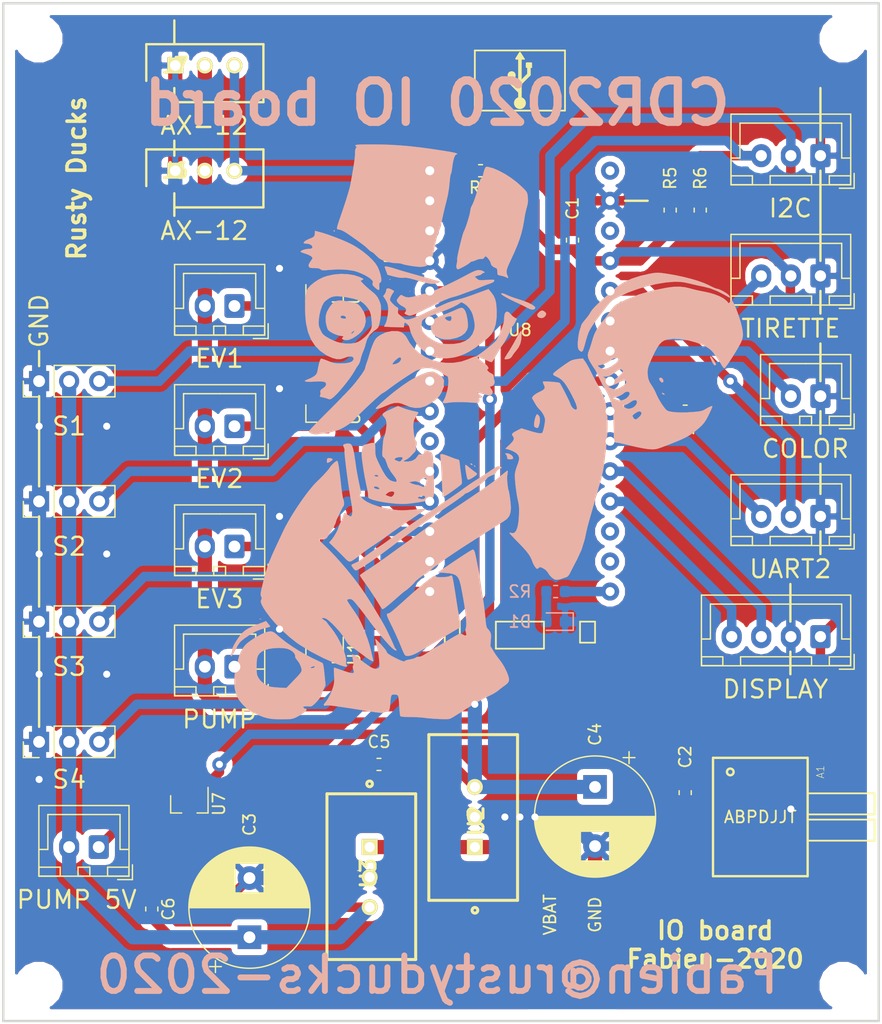
<source format=kicad_pcb>
(kicad_pcb (version 20171130) (host pcbnew 5.0.2-bee76a0~70~ubuntu18.04.1)
  (layers (0 F.Cu signal) (31 B.Cu signal) (34 B.Paste user) (35 F.Paste user) (36 B.SilkS user) (37 F.SilkS user) (38 B.Mask user) (39 F.Mask user) (44 Edge.Cuts user))
  (net 0 "")
  (net 1 GND)
  (net 2 "Net-(A1-Pad2)")
  (net 3 "Net-(A1-Pad3)")
  (net 4 "Net-(A1-Pad4)")
  (net 5 "Net-(A1-Pad5)")
  (net 6 +5V)
  (net 7 +12V)
  (net 8 "Net-(D1-Pad2)")
  (net 9 "Net-(J1-Pad1)")
  (net 10 "Net-(J2-Pad1)")
  (net 11 "Net-(J3-Pad1)")
  (net 12 "Net-(J4-Pad1)")
  (net 13 "Net-(J5-Pad1)")
  (net 14 /DYN_TX)
  (net 15 /tirette)
  (net 16 /color)
  (net 17 /SRV1)
  (net 18 /SRV2)
  (net 19 /SRV3)
  (net 20 /SRV4)
  (net 21 /U2_TX)
  (net 22 /U2_RX)
  (net 23 /I2C_SCL)
  (net 24 /I2C_SDA)
  (net 25 /AN1)
  (net 26 /AN2)
  (net 27 "Net-(P1-Pad2)")
  (net 28 "Net-(R2-Pad1)")
  (net 29 /ADC)
  (net 30 /EV_SENSOR)
  (net 31 /EV1)
  (net 32 /EV2)
  (net 33 /PUMP1)
  (net 34 /PUMP2)
  (net 35 "Net-(U8-Pad3)")
  (net 36 "Net-(U8-Pad10)")
  (net 37 "Net-(U8-Pad11)")
  (net 38 "Net-(U8-Pad30)")
  (net 39 "Net-(U8-Pad28)")
  (net 40 "Net-(U8-Pad18)")
  (net 41 "Net-(U8-Pad17)")
  (module myFootprints:NUCLEO32 (layer F.Cu) (at 153.67 74.93)
    (fp_text reference U8 (at 0 -4.318) (layer F.SilkS))
    (fp_text value NUCLEO32-L432KC)
    (pad 16 thru_hole circle (at 7.62 17.78) (size 1.524 1.524) (drill 0.762) (layers *.Cu *.Mask) (net 28 "Net-(R2-Pad1)"))
    (pad 17 thru_hole circle (at 7.62 15.24) (size 1.524 1.524) (drill 0.762) (layers *.Cu *.Mask) (net 41 "Net-(U8-Pad17)"))
    (pad 18 thru_hole circle (at 7.62 12.7) (size 1.524 1.524) (drill 0.762) (layers *.Cu *.Mask) (net 40 "Net-(U8-Pad18)"))
    (pad 19 thru_hole circle (at 7.62 10.16) (size 1.524 1.524) (drill 0.762) (layers *.Cu *.Mask) (net 26 /AN2))
    (pad 20 thru_hole circle (at 7.62 7.62) (size 1.524 1.524) (drill 0.762) (layers *.Cu *.Mask) (net 25 /AN1))
    (pad 21 thru_hole circle (at 7.62 5.08) (size 1.524 1.524) (drill 0.762) (layers *.Cu *.Mask) (net 22 /U2_RX))
    (pad 22 thru_hole circle (at 7.62 2.54) (size 1.524 1.524) (drill 0.762) (layers *.Cu *.Mask) (net 29 /ADC))
    (pad 23 thru_hole circle (at 7.62 0) (size 1.524 1.524) (drill 0.762) (layers *.Cu *.Mask) (net 30 /EV_SENSOR))
    (pad 24 thru_hole circle (at 7.62 -2.54) (size 1.524 1.524) (drill 0.762) (layers *.Cu *.Mask) (net 16 /color))
    (pad 25 thru_hole circle (at 7.62 -5.08) (size 1.524 1.524) (drill 0.762) (layers *.Cu *.Mask) (net 15 /tirette))
    (pad 26 thru_hole circle (at 7.62 -7.62) (size 1.524 1.524) (drill 0.762) (layers *.Cu *.Mask) (net 21 /U2_TX))
    (pad 27 thru_hole circle (at 7.62 -10.16) (size 1.524 1.524) (drill 0.762) (layers *.Cu *.Mask) (net 6 +5V))
    (pad 28 thru_hole circle (at 7.62 -12.7) (size 1.524 1.524) (drill 0.762) (layers *.Cu *.Mask) (net 39 "Net-(U8-Pad28)"))
    (pad 29 thru_hole circle (at 7.62 -15.24) (size 1.524 1.524) (drill 0.762) (layers *.Cu *.Mask) (net 1 GND))
    (pad 30 thru_hole circle (at 7.62 -17.78) (size 1.524 1.524) (drill 0.762) (layers *.Cu *.Mask) (net 38 "Net-(U8-Pad30)"))
    (pad 15 thru_hole circle (at -7.62 17.78) (size 1.524 1.524) (drill 0.762) (layers *.Cu *.Mask) (net 32 /EV2))
    (pad 14 thru_hole circle (at -7.62 15.24) (size 1.524 1.524) (drill 0.762) (layers *.Cu *.Mask) (net 31 /EV1))
    (pad 13 thru_hole circle (at -7.62 12.7) (size 1.524 1.524) (drill 0.762) (layers *.Cu *.Mask) (net 20 /SRV4))
    (pad 12 thru_hole circle (at -7.62 10.16) (size 1.524 1.524) (drill 0.762) (layers *.Cu *.Mask) (net 19 /SRV3))
    (pad 11 thru_hole circle (at -7.62 7.62) (size 1.524 1.524) (drill 0.762) (layers *.Cu *.Mask) (net 37 "Net-(U8-Pad11)"))
    (pad 10 thru_hole circle (at -7.62 5.08) (size 1.524 1.524) (drill 0.762) (layers *.Cu *.Mask) (net 36 "Net-(U8-Pad10)"))
    (pad 9 thru_hole circle (at -7.62 2.54) (size 1.524 1.524) (drill 0.762) (layers *.Cu *.Mask) (net 18 /SRV2))
    (pad 1 thru_hole rect (at -7.62 -17.78) (size 1.524 1.524) (drill 0.762) (layers *.Cu *.Mask) (net 14 /DYN_TX))
    (pad 2 thru_hole circle (at -7.62 -15.24) (size 1.524 1.524) (drill 0.762) (layers *.Cu *.Mask) (net 33 /PUMP1))
    (pad 3 thru_hole circle (at -7.62 -12.7) (size 1.524 1.524) (drill 0.762) (layers *.Cu *.Mask) (net 35 "Net-(U8-Pad3)"))
    (pad 4 thru_hole circle (at -7.62 -10.16) (size 1.524 1.524) (drill 0.762) (layers *.Cu *.Mask) (net 1 GND))
    (pad 5 thru_hole circle (at -7.62 -7.62) (size 1.524 1.524) (drill 0.762) (layers *.Cu *.Mask) (net 34 /PUMP2))
    (pad 6 thru_hole circle (at -7.62 -5.08) (size 1.524 1.524) (drill 0.762) (layers *.Cu *.Mask) (net 17 /SRV1))
    (pad 7 thru_hole circle (at -7.62 -2.54) (size 1.524 1.524) (drill 0.762) (layers *.Cu *.Mask) (net 24 /I2C_SDA))
    (pad 8 thru_hole circle (at -7.62 0) (size 1.524 1.524) (drill 0.762) (layers *.Cu *.Mask) (net 23 /I2C_SCL))
  )
  (module myFootprints:USB_LOGO (layer F.Cu) (at 153.67 51.435)
    (fp_text reference REF** hide)
    (fp_text value USB_LOGO hide)
  )
  (module myFootprints:DIP762W50P254L730H410Q6 (layer F.Cu) (at 173.99 111.76 270)
    (fp_text reference A1 (at -3.81 -5.08 270) (layer F.SilkS) (effects (font (size 0.629921 0.629921) (thickness 0.05))))
    (fp_text value ABPDJJT (at 0 0) (layer F.SilkS))
    (pad 1 smd rect (at -5.625 2.54 270) (size 2.5 1.4) (layers F.Cu F.Paste F.Mask) (net 1 GND))
    (pad 2 smd rect (at -5.625 0 270) (size 2 1.4) (layers F.Cu F.Paste F.Mask) (net 2 "Net-(A1-Pad2)"))
    (pad 3 smd rect (at -5.625 -2.54 270) (size 2 1.4) (layers F.Cu F.Paste F.Mask) (net 3 "Net-(A1-Pad3)"))
    (pad 4 smd rect (at 5.625 -2.54 90) (size 2 1.4) (layers F.Cu F.Paste F.Mask) (net 4 "Net-(A1-Pad4)"))
    (pad 5 smd rect (at 5.625 0 90) (size 2 1.4) (layers F.Cu F.Paste F.Mask) (net 5 "Net-(A1-Pad5)"))
    (pad 6 smd rect (at 5.625 2.54 90) (size 2 1.4) (layers F.Cu F.Paste F.Mask) (net 6 +5V))
  )
  (module Capacitor_SMD:C_0603_1608Metric (layer F.Cu) (at 158.115 63.0175 270)
    (fp_text reference C1 (at -2.6925 0 270) (layer F.SilkS))
    (fp_text value 100n)
    (pad 1 smd roundrect (at -0.7875 0 270) (size 0.875 0.95) (layers F.Cu F.Paste F.Mask) (net 1 GND))
    (pad 2 smd roundrect (at 0.7875 0 270) (size 0.875 0.95) (layers F.Cu F.Paste F.Mask) (net 6 +5V))
  )
  (module Capacitor_SMD:C_0603_1608Metric (layer F.Cu) (at 167.64 109.7025 270)
    (fp_text reference C2 (at -3.0225 0 270) (layer F.SilkS))
    (fp_text value 100n)
    (pad 2 smd roundrect (at 0.7875 0 270) (size 0.875 0.95) (layers F.Cu F.Paste F.Mask) (net 6 +5V))
    (pad 1 smd roundrect (at -0.7875 0 270) (size 0.875 0.95) (layers F.Cu F.Paste F.Mask) (net 1 GND))
  )
  (module Capacitor_THT:CP_Radial_D10.0mm_P5.00mm (layer F.Cu) (at 130.81 121.92 90)
    (fp_text reference C3 (at 9.525 0 90) (layer F.SilkS))
    (fp_text value C)
    (pad 1 thru_hole rect (at 0 0 90) (size 2 2) (drill 1) (layers *.Cu *.Mask) (net 6 +5V))
    (pad 2 thru_hole circle (at 5 0 90) (size 2 2) (drill 1) (layers *.Cu *.Mask) (net 1 GND))
  )
  (module Capacitor_THT:CP_Radial_D10.0mm_P5.00mm (layer F.Cu) (at 160.02 109.22 270)
    (fp_text reference C4 (at -4.445 0 270) (layer F.SilkS))
    (fp_text value C)
    (pad 2 thru_hole circle (at 5 0 270) (size 2 2) (drill 1) (layers *.Cu *.Mask) (net 1 GND))
    (pad 1 thru_hole rect (at 0 0 270) (size 2 2) (drill 1) (layers *.Cu *.Mask) (net 7 +12V))
  )
  (module Capacitor_SMD:C_0603_1608Metric (layer F.Cu) (at 141.7575 107.315 180)
    (fp_text reference C5 (at 0 1.905 180) (layer F.SilkS))
    (fp_text value 100n)
    (pad 2 smd roundrect (at 0.7875 0 180) (size 0.875 0.95) (layers F.Cu F.Paste F.Mask) (net 1 GND))
    (pad 1 smd roundrect (at -0.7875 0 180) (size 0.875 0.95) (layers F.Cu F.Paste F.Mask) (net 7 +12V))
  )
  (module Capacitor_SMD:C_0603_1608Metric (layer F.Cu) (at 122.555 119.5325 90)
    (fp_text reference C6 (at 0 1.397 90) (layer F.SilkS))
    (fp_text value 100n)
    (pad 1 smd roundrect (at -0.7875 0 90) (size 0.875 0.95) (layers F.Cu F.Paste F.Mask) (net 6 +5V))
    (pad 2 smd roundrect (at 0.7875 0 90) (size 0.875 0.95) (layers F.Cu F.Paste F.Mask) (net 1 GND))
  )
  (module LED_SMD:LED_0603_1608Metric (layer B.Cu) (at 156.6925 95.25 180)
    (fp_text reference D1 (at 3.0225 0 180) (layer B.SilkS) (effects (justify mirror)))
    (fp_text value LED)
    (pad 1 smd roundrect (at -0.7875 0 180) (size 0.875 0.95) (layers B.Cu B.Paste B.Mask) (net 1 GND))
    (pad 2 smd roundrect (at 0.7875 0 180) (size 0.875 0.95) (layers B.Cu B.Paste B.Mask) (net 8 "Net-(D1-Pad2)"))
  )
  (module Connector_JST:JST_XH_B02B-XH-A_1x02_P2.50mm_Vertical (layer F.Cu) (at 129.54 99.06 180)
    (fp_text reference PUMP (at 1.27 -4.445 180) (layer F.SilkS) (effects (font (size 1.5 1.5) (thickness 0.2))))
    (fp_text value EV)
    (pad 2 thru_hole oval (at 2.5 0 180) (size 1.7 2) (drill 1) (layers *.Cu *.Mask) (net 7 +12V))
    (pad 1 thru_hole roundrect (at 0 0 180) (size 1.7 2) (drill 1) (layers *.Cu *.Mask) (roundrect_rratio 0.147059) (net 9 "Net-(J1-Pad1)"))
  )
  (module Connector_JST:JST_XH_B02B-XH-A_1x02_P2.50mm_Vertical (layer F.Cu) (at 129.54 78.74 180)
    (fp_text reference EV2 (at 1.27 -4.445 180) (layer F.SilkS) (effects (font (size 1.5 1.5) (thickness 0.2))))
    (fp_text value EV)
    (pad 1 thru_hole roundrect (at 0 0 180) (size 1.7 2) (drill 1) (layers *.Cu *.Mask) (roundrect_rratio 0.147059) (net 10 "Net-(J2-Pad1)"))
    (pad 2 thru_hole oval (at 2.5 0 180) (size 1.7 2) (drill 1) (layers *.Cu *.Mask) (net 7 +12V))
  )
  (module Connector_JST:JST_XH_B02B-XH-A_1x02_P2.50mm_Vertical (layer F.Cu) (at 129.54 88.9 180)
    (fp_text reference EV3 (at 1.27 -4.445 180) (layer F.SilkS) (effects (font (size 1.5 1.5) (thickness 0.2))))
    (fp_text value EV)
    (pad 1 thru_hole roundrect (at 0 0 180) (size 1.7 2) (drill 1) (layers *.Cu *.Mask) (roundrect_rratio 0.147059) (net 11 "Net-(J3-Pad1)"))
    (pad 2 thru_hole oval (at 2.5 0 180) (size 1.7 2) (drill 1) (layers *.Cu *.Mask) (net 7 +12V))
  )
  (module Connector_JST:JST_XH_B02B-XH-A_1x02_P2.50mm_Vertical (layer F.Cu) (at 129.54 68.58 180)
    (fp_text reference EV1 (at 1.27 -4.445 180) (layer F.SilkS) (effects (font (size 1.5 1.5) (thickness 0.2))))
    (fp_text value EV)
    (pad 1 thru_hole roundrect (at 0 0 180) (size 1.7 2) (drill 1) (layers *.Cu *.Mask) (roundrect_rratio 0.147059) (net 12 "Net-(J4-Pad1)"))
    (pad 2 thru_hole oval (at 2.5 0 180) (size 1.7 2) (drill 1) (layers *.Cu *.Mask) (net 7 +12V))
  )
  (module Connector_JST:JST_XH_B02B-XH-A_1x02_P2.50mm_Vertical (layer F.Cu) (at 118.07 114.3 180)
    (fp_text reference "PUMP 5V" (at 1.865 -4.445 180) (layer F.SilkS) (effects (font (size 1.5 1.5) (thickness 0.2))))
    (fp_text value EV)
    (pad 2 thru_hole oval (at 2.5 0 180) (size 1.7 2) (drill 1) (layers *.Cu *.Mask) (net 6 +5V))
    (pad 1 thru_hole roundrect (at 0 0 180) (size 1.7 2) (drill 1) (layers *.Cu *.Mask) (roundrect_rratio 0.147059) (net 13 "Net-(J5-Pad1)"))
  )
  (module myFootprints:SHDR3W70P0X250_1X3_990X490X590P (layer F.Cu) (at 124.54 57.15 180)
    (fp_text reference J6 (at 0 0 180) (layer F.SilkS) (effects (font (size 1.27 1.27) (thickness 0.254))))
    (fp_text value 22-03-5035 hide)
    (pad 1 thru_hole rect (at 0 0 270) (size 1.35 1.35) (drill 0.9) (layers *.Cu *.Mask F.SilkS) (net 1 GND))
    (pad 2 thru_hole circle (at -2.5 0 270) (size 1.35 1.35) (drill 0.9) (layers *.Cu *.Mask F.SilkS) (net 7 +12V))
    (pad 3 thru_hole circle (at -5 0 270) (size 1.35 1.35) (drill 0.9) (layers *.Cu *.Mask F.SilkS) (net 14 /DYN_TX))
  )
  (module myFootprints:SHDR3W70P0X250_1X3_990X490X590P (layer F.Cu) (at 124.54 48.26 180)
    (fp_text reference J7 (at 0 0 180) (layer F.SilkS) (effects (font (size 1.27 1.27) (thickness 0.254))))
    (fp_text value 22-03-5035 hide)
    (pad 3 thru_hole circle (at -5 0 270) (size 1.35 1.35) (drill 0.9) (layers *.Cu *.Mask F.SilkS) (net 14 /DYN_TX))
    (pad 2 thru_hole circle (at -2.5 0 270) (size 1.35 1.35) (drill 0.9) (layers *.Cu *.Mask F.SilkS) (net 7 +12V))
    (pad 1 thru_hole rect (at 0 0 270) (size 1.35 1.35) (drill 0.9) (layers *.Cu *.Mask F.SilkS) (net 1 GND))
  )
  (module Connector_JST:JST_XH_B03B-XH-A_1x03_P2.50mm_Vertical (layer F.Cu) (at 179.07 66.04 180)
    (fp_text reference TIRETTE (at 2.5 -4.445 180) (layer F.SilkS) (effects (font (size 1.5 1.5) (thickness 0.2))))
    (fp_text value TIR)
    (pad 1 thru_hole roundrect (at 0 0 180) (size 1.7 1.95) (drill 0.95) (layers *.Cu *.Mask) (roundrect_rratio 0.147059) (net 1 GND))
    (pad 2 thru_hole oval (at 2.5 0 180) (size 1.7 1.95) (drill 0.95) (layers *.Cu *.Mask) (net 6 +5V))
    (pad 3 thru_hole oval (at 5 0 180) (size 1.7 1.95) (drill 0.95) (layers *.Cu *.Mask) (net 15 /tirette))
  )
  (module Connector_JST:JST_XH_B02B-XH-A_1x02_P2.50mm_Vertical (layer F.Cu) (at 179.07 76.2 180)
    (fp_text reference COLOR (at 1.27 -4.445 180) (layer F.SilkS) (effects (font (size 1.5 1.5) (thickness 0.2))))
    (fp_text value COL)
    (pad 2 thru_hole oval (at 2.5 0 180) (size 1.7 2) (drill 1) (layers *.Cu *.Mask) (net 16 /color))
    (pad 1 thru_hole roundrect (at 0 0 180) (size 1.7 2) (drill 1) (layers *.Cu *.Mask) (roundrect_rratio 0.147059) (net 1 GND))
  )
  (module Connector_PinHeader_2.54mm:PinHeader_1x03_P2.54mm_Vertical (layer F.Cu) (at 113.03 74.93 90)
    (fp_text reference S1 (at -3.81 2.54 180) (layer F.SilkS) (effects (font (size 1.5 1.5) (thickness 0.2))))
    (fp_text value SERVO)
    (pad 3 thru_hole oval (at 0 5.08 90) (size 1.7 1.7) (drill 1) (layers *.Cu *.Mask) (net 17 /SRV1))
    (pad 2 thru_hole oval (at 0 2.54 90) (size 1.7 1.7) (drill 1) (layers *.Cu *.Mask) (net 6 +5V))
    (pad 1 thru_hole rect (at 0 0 90) (size 1.7 1.7) (drill 1) (layers *.Cu *.Mask) (net 1 GND))
  )
  (module Connector_PinHeader_2.54mm:PinHeader_1x03_P2.54mm_Vertical (layer F.Cu) (at 113.03 85.09 90)
    (fp_text reference S2 (at -3.81 2.54 180) (layer F.SilkS) (effects (font (size 1.5 1.5) (thickness 0.2))))
    (fp_text value SERVO)
    (pad 1 thru_hole rect (at 0 0 90) (size 1.7 1.7) (drill 1) (layers *.Cu *.Mask) (net 1 GND))
    (pad 2 thru_hole oval (at 0 2.54 90) (size 1.7 1.7) (drill 1) (layers *.Cu *.Mask) (net 6 +5V))
    (pad 3 thru_hole oval (at 0 5.08 90) (size 1.7 1.7) (drill 1) (layers *.Cu *.Mask) (net 18 /SRV2))
  )
  (module Connector_PinHeader_2.54mm:PinHeader_1x03_P2.54mm_Vertical (layer F.Cu) (at 113.03 95.25 90)
    (fp_text reference S3 (at -3.81 2.54 180) (layer F.SilkS) (effects (font (size 1.5 1.5) (thickness 0.2))))
    (fp_text value SERVO)
    (pad 1 thru_hole rect (at 0 0 90) (size 1.7 1.7) (drill 1) (layers *.Cu *.Mask) (net 1 GND))
    (pad 2 thru_hole oval (at 0 2.54 90) (size 1.7 1.7) (drill 1) (layers *.Cu *.Mask) (net 6 +5V))
    (pad 3 thru_hole oval (at 0 5.08 90) (size 1.7 1.7) (drill 1) (layers *.Cu *.Mask) (net 19 /SRV3))
  )
  (module Connector_PinHeader_2.54mm:PinHeader_1x03_P2.54mm_Vertical (layer F.Cu) (at 113.03 105.41 90)
    (fp_text reference S4 (at -3.175 2.54 180) (layer F.SilkS) (effects (font (size 1.5 1.5) (thickness 0.2))))
    (fp_text value SERVO)
    (pad 3 thru_hole oval (at 0 5.08 90) (size 1.7 1.7) (drill 1) (layers *.Cu *.Mask) (net 20 /SRV4))
    (pad 2 thru_hole oval (at 0 2.54 90) (size 1.7 1.7) (drill 1) (layers *.Cu *.Mask) (net 6 +5V))
    (pad 1 thru_hole rect (at 0 0 90) (size 1.7 1.7) (drill 1) (layers *.Cu *.Mask) (net 1 GND))
  )
  (module Connector_JST:JST_XH_B03B-XH-A_1x03_P2.50mm_Vertical (layer F.Cu) (at 179.07 86.36 180)
    (fp_text reference UART2 (at 2.54 -4.445 180) (layer F.SilkS) (effects (font (size 1.5 1.5) (thickness 0.2))))
    (fp_text value U2)
    (pad 1 thru_hole roundrect (at 0 0 180) (size 1.7 1.95) (drill 0.95) (layers *.Cu *.Mask) (roundrect_rratio 0.147059) (net 1 GND))
    (pad 2 thru_hole oval (at 2.5 0 180) (size 1.7 1.95) (drill 0.95) (layers *.Cu *.Mask) (net 21 /U2_TX))
    (pad 3 thru_hole oval (at 5 0 180) (size 1.7 1.95) (drill 0.95) (layers *.Cu *.Mask) (net 22 /U2_RX))
  )
  (module Connector_JST:JST_XH_B03B-XH-A_1x03_P2.50mm_Vertical (layer F.Cu) (at 179.07 55.88 180)
    (fp_text reference I2C (at 2.54 -4.445 180) (layer F.SilkS) (effects (font (size 1.5 1.5) (thickness 0.2))))
    (fp_text value I2C)
    (pad 3 thru_hole oval (at 5 0 180) (size 1.7 1.95) (drill 0.95) (layers *.Cu *.Mask) (net 23 /I2C_SCL))
    (pad 2 thru_hole oval (at 2.5 0 180) (size 1.7 1.95) (drill 0.95) (layers *.Cu *.Mask) (net 24 /I2C_SDA))
    (pad 1 thru_hole roundrect (at 0 0 180) (size 1.7 1.95) (drill 0.95) (layers *.Cu *.Mask) (roundrect_rratio 0.147059) (net 1 GND))
  )
  (module Connector_JST:JST_XH_B04B-XH-A_1x04_P2.50mm_Vertical (layer F.Cu) (at 179.07 96.52 180)
    (fp_text reference DISPLAY (at 3.81 -4.445 180) (layer F.SilkS) (effects (font (size 1.5 1.5) (thickness 0.2))))
    (fp_text value DISPLAY)
    (pad 1 thru_hole roundrect (at 0 0 180) (size 1.7 1.95) (drill 0.95) (layers *.Cu *.Mask) (roundrect_rratio 0.147059) (net 6 +5V))
    (pad 2 thru_hole oval (at 2.5 0 180) (size 1.7 1.95) (drill 0.95) (layers *.Cu *.Mask) (net 1 GND))
    (pad 3 thru_hole oval (at 5 0 180) (size 1.7 1.95) (drill 0.95) (layers *.Cu *.Mask) (net 25 /AN1))
    (pad 4 thru_hole oval (at 7.5 0 180) (size 1.7 1.95) (drill 0.95) (layers *.Cu *.Mask) (net 26 /AN2))
  )
  (module myFootprints:Power_pads (layer F.Cu) (at 158.115 125.095 270)
    (fp_text reference P1 hide)
    (fp_text value Power_pads hide)
    (fp_text user GND (at -5.08 -1.905 270) (layer F.SilkS))
    (fp_text user VBAT (at -5.08 1.905 270) (layer F.SilkS))
    (pad 1 smd rect (at 0 -1.905 270) (size 5.08 2.54) (layers F.Cu F.Paste F.Mask) (net 1 GND))
    (pad 2 smd rect (at 0 1.905 270) (size 5.08 2.54) (layers F.Cu F.Paste F.Mask) (net 27 "Net-(P1-Pad2)"))
  )
  (module Resistor_SMD:R_0603_1608Metric (layer F.Cu) (at 150.3425 57.15 180)
    (fp_text reference R1 (at 0 -1.43 180) (layer F.SilkS))
    (fp_text value 1k)
    (pad 1 smd roundrect (at -0.7875 0 180) (size 0.875 0.95) (layers F.Cu F.Paste F.Mask) (net 6 +5V))
    (pad 2 smd roundrect (at 0.7875 0 180) (size 0.875 0.95) (layers F.Cu F.Paste F.Mask) (net 14 /DYN_TX))
  )
  (module Resistor_SMD:R_0603_1608Metric (layer B.Cu) (at 156.6925 92.71 180)
    (fp_text reference R2 (at 3.0225 0 180) (layer B.SilkS) (effects (justify mirror)))
    (fp_text value 390)
    (pad 2 smd roundrect (at 0.7875 0 180) (size 0.875 0.95) (layers B.Cu B.Paste B.Mask) (net 8 "Net-(D1-Pad2)"))
    (pad 1 smd roundrect (at -0.7875 0 180) (size 0.875 0.95) (layers B.Cu B.Paste B.Mask) (net 28 "Net-(R2-Pad1)"))
  )
  (module Resistor_SMD:R_0603_1608Metric (layer F.Cu) (at 156.6925 77.47 180)
    (fp_text reference R3 (at 0 -1.43 180) (layer F.SilkS))
    (fp_text value 3.3k)
    (pad 1 smd roundrect (at -0.7875 0 180) (size 0.875 0.95) (layers F.Cu F.Paste F.Mask) (net 29 /ADC))
    (pad 2 smd roundrect (at 0.7875 0 180) (size 0.875 0.95) (layers F.Cu F.Paste F.Mask) (net 3 "Net-(A1-Pad3)"))
  )
  (module Resistor_SMD:R_0603_1608Metric (layer F.Cu) (at 167.64 77.47 180)
    (fp_text reference R4 (at 0 -1.43 180) (layer F.SilkS))
    (fp_text value 6.8k)
    (pad 2 smd roundrect (at 0.7875 0 180) (size 0.875 0.95) (layers F.Cu F.Paste F.Mask) (net 29 /ADC))
    (pad 1 smd roundrect (at -0.7875 0 180) (size 0.875 0.95) (layers F.Cu F.Paste F.Mask) (net 1 GND))
  )
  (module myFootprints:SOT-23 (layer F.Cu) (at 137.16 97.96 270)
    (fp_text reference U1 (at 0 -2.5 270) (layer F.SilkS))
    (fp_text value IRLML6344)
    (pad 3 smd rect (at 1.1 0 270) (size 1.2 0.8) (layers F.Cu F.Paste F.Mask) (net 9 "Net-(J1-Pad1)"))
    (pad 2 smd rect (at -1.1 0.95 270) (size 1.2 0.8) (layers F.Cu F.Paste F.Mask) (net 1 GND))
    (pad 1 smd rect (at -1.1 -0.95 270) (size 1.2 0.8) (layers F.Cu F.Paste F.Mask) (net 30 /EV_SENSOR))
  )
  (module myFootprints:TSR-2 (layer F.Cu) (at 149.86 114.3 90)
    (fp_text reference U2 (at 2.217 0.117 90) (layer F.SilkS) (effects (font (size 1.27 1.27) (thickness 0.254))))
    (fp_text value TSR_2-24120 hide)
    (pad 3 thru_hole circle (at 5.08 0 180) (size 1.35 1.35) (drill 0.85) (layers *.Cu *.Mask F.SilkS) (net 7 +12V))
    (pad 2 thru_hole circle (at 2.54 0 180) (size 1.35 1.35) (drill 0.85) (layers *.Cu *.Mask F.SilkS) (net 1 GND))
    (pad 1 thru_hole rect (at 0 0 180) (size 1.35 1.35) (drill 0.85) (layers *.Cu *.Mask F.SilkS) (net 27 "Net-(P1-Pad2)"))
  )
  (module myFootprints:TSR-2 (layer F.Cu) (at 140.97 114.3 270)
    (fp_text reference U3 (at 2.217 0.117 270) (layer F.SilkS) (effects (font (size 1.27 1.27) (thickness 0.254))))
    (fp_text value TSR_2-2450 hide)
    (pad 1 thru_hole rect (at 0 0) (size 1.35 1.35) (drill 0.85) (layers *.Cu *.Mask F.SilkS) (net 27 "Net-(P1-Pad2)"))
    (pad 2 thru_hole circle (at 2.54 0) (size 1.35 1.35) (drill 0.85) (layers *.Cu *.Mask F.SilkS) (net 1 GND))
    (pad 3 thru_hole circle (at 5.08 0) (size 1.35 1.35) (drill 0.85) (layers *.Cu *.Mask F.SilkS) (net 6 +5V))
  )
  (module myFootprints:SOT-23 (layer F.Cu) (at 137.16 77.64 270)
    (fp_text reference U4 (at 0 -2.5 270) (layer F.SilkS))
    (fp_text value IRLML6344)
    (pad 1 smd rect (at -1.1 -0.95 270) (size 1.2 0.8) (layers F.Cu F.Paste F.Mask) (net 31 /EV1))
    (pad 2 smd rect (at -1.1 0.95 270) (size 1.2 0.8) (layers F.Cu F.Paste F.Mask) (net 1 GND))
    (pad 3 smd rect (at 1.1 0 270) (size 1.2 0.8) (layers F.Cu F.Paste F.Mask) (net 10 "Net-(J2-Pad1)"))
  )
  (module myFootprints:SOT-23 (layer F.Cu) (at 137.16 87.8 270)
    (fp_text reference U5 (at 0 -2.5 270) (layer F.SilkS))
    (fp_text value IRLML6344)
    (pad 3 smd rect (at 1.1 0 270) (size 1.2 0.8) (layers F.Cu F.Paste F.Mask) (net 11 "Net-(J3-Pad1)"))
    (pad 2 smd rect (at -1.1 0.95 270) (size 1.2 0.8) (layers F.Cu F.Paste F.Mask) (net 1 GND))
    (pad 1 smd rect (at -1.1 -0.95 270) (size 1.2 0.8) (layers F.Cu F.Paste F.Mask) (net 32 /EV2))
  )
  (module myFootprints:SOT-23 (layer F.Cu) (at 137.16 67.48 270)
    (fp_text reference U6 (at 0 -2.5 270) (layer F.SilkS))
    (fp_text value IRLML6344)
    (pad 1 smd rect (at -1.1 -0.95 270) (size 1.2 0.8) (layers F.Cu F.Paste F.Mask) (net 33 /PUMP1))
    (pad 2 smd rect (at -1.1 0.95 270) (size 1.2 0.8) (layers F.Cu F.Paste F.Mask) (net 1 GND))
    (pad 3 smd rect (at 1.1 0 270) (size 1.2 0.8) (layers F.Cu F.Paste F.Mask) (net 12 "Net-(J4-Pad1)"))
  )
  (module myFootprints:SOT-23 (layer F.Cu) (at 125.73 110.66 270)
    (fp_text reference U7 (at 0 -2.5 270) (layer F.SilkS))
    (fp_text value IRLML6344)
    (pad 3 smd rect (at 1.1 0 270) (size 1.2 0.8) (layers F.Cu F.Paste F.Mask) (net 13 "Net-(J5-Pad1)"))
    (pad 2 smd rect (at -1.1 0.95 270) (size 1.2 0.8) (layers F.Cu F.Paste F.Mask) (net 1 GND))
    (pad 1 smd rect (at -1.1 -0.95 270) (size 1.2 0.8) (layers F.Cu F.Paste F.Mask) (net 34 /PUMP2))
  )
  (module MountingHole:MountingHole_3mm (layer F.Cu) (at 181 46)
    (fp_text reference REF** hide)
    (fp_text value MountingHole_3mm hide)
    (pad 1 np_thru_hole circle (at 0 0) (size 3 3) (drill 3) (layers *.Cu *.Mask))
  )
  (module MountingHole:MountingHole_3mm (layer F.Cu) (at 113 46)
    (fp_text reference REF** hide)
    (fp_text value MountingHole_3mm hide)
    (pad 1 np_thru_hole circle (at 0 0) (size 3 3) (drill 3) (layers *.Cu *.Mask))
  )
  (module MountingHole:MountingHole_3mm (layer F.Cu) (at 113 126)
    (fp_text reference REF** hide)
    (fp_text value MountingHole_3mm hide)
    (pad 1 np_thru_hole circle (at 0 0) (size 3 3) (drill 3) (layers *.Cu *.Mask))
  )
  (module MountingHole:MountingHole_3mm (layer F.Cu) (at 181 126)
    (fp_text reference REF** hide)
    (fp_text value MountingHole_3mm hide)
    (pad 1 np_thru_hole circle (at 0 0) (size 3 3) (drill 3) (layers *.Cu *.Mask))
  )
  (module Resistor_SMD:R_0603_1608Metric (layer F.Cu) (at 166.37 60.4775 270)
    (fp_text reference R5 (at -2.6925 0 270) (layer F.SilkS))
    (fp_text value 2.2k)
    (pad 2 smd roundrect (at 0.7875 0 270) (size 0.875 0.95) (layers F.Cu F.Paste F.Mask) (net 6 +5V))
    (pad 1 smd roundrect (at -0.7875 0 270) (size 0.875 0.95) (layers F.Cu F.Paste F.Mask) (net 23 /I2C_SCL))
  )
  (module Resistor_SMD:R_0603_1608Metric (layer F.Cu) (at 168.91 60.4775 270)
    (fp_text reference R6 (at -2.6925 0 270) (layer F.SilkS))
    (fp_text value 2.2k)
    (pad 1 smd roundrect (at -0.7875 0 270) (size 0.875 0.95) (layers F.Cu F.Paste F.Mask) (net 24 /I2C_SDA))
    (pad 2 smd roundrect (at 0.7875 0 270) (size 0.875 0.95) (layers F.Cu F.Paste F.Mask) (net 6 +5V))
  )
  (module myFootprints:RustyDuck (layer B.Cu) (at 150.495 81.28 180)
    (fp_text reference G*** hide)
    (fp_text value RustyDucks hide)
  )
  (gr_line (start 144.78 64.77) (end 142.24 64.77) (layer F.SilkS) (width 0.2))
  (gr_line (start 162.56 59.69) (end 164.465 59.69) (layer F.SilkS) (width 0.2))
  (gr_line (start 176.53 97.79) (end 176.53 99.695) (layer F.SilkS) (width 0.2))
  (gr_line (start 176.53 95.25) (end 176.53 92.075) (layer F.SilkS) (width 0.2))
  (gr_line (start 179.07 54.61) (end 179.07 50.165) (layer F.SilkS) (width 0.2))
  (gr_line (start 179.07 64.77) (end 179.07 57.15) (layer F.SilkS) (width 0.2))
  (gr_line (start 179.07 69.215) (end 179.07 67.31) (layer F.SilkS) (width 0.2))
  (gr_line (start 179.07 74.93) (end 179.07 71.755) (layer F.SilkS) (width 0.2))
  (gr_line (start 179.07 79.375) (end 179.07 77.47) (layer F.SilkS) (width 0.2))
  (gr_line (start 179.07 84.455) (end 179.07 81.915) (layer F.SilkS) (width 0.2))
  (gr_line (start 124.46 59.055) (end 124.46 60.96) (layer F.SilkS) (width 0.2))
  (gr_line (start 124.46 54.61) (end 124.46 55.88) (layer F.SilkS) (width 0.2))
  (gr_line (start 124.46 50.165) (end 124.46 52.07) (layer F.SilkS) (width 0.2))
  (gr_line (start 124.46 46.355) (end 124.46 44.45) (layer F.SilkS) (width 0.2))
  (gr_line (start 179.07 87.63) (end 179.07 89.535) (layer F.SilkS) (width 0.2))
  (gr_text GND (at 113.03 69.85 90) (layer F.SilkS) (effects (font (size 1.5 1.5) (thickness 0.2))))
  (gr_line (start 113.03 73.66) (end 113.03 72.39) (layer F.SilkS) (width 0.2))
  (gr_line (start 113.03 83.82) (end 113.03 76.2) (layer F.SilkS) (width 0.2))
  (gr_line (start 113.03 93.98) (end 113.03 86.36) (layer F.SilkS) (width 0.2))
  (gr_line (start 113.03 104.14) (end 113.03 96.52) (layer F.SilkS) (width 0.2))
  (gr_text "Rusty Ducks" (at 116.205 57.785 90) (layer F.SilkS) (effects (font (size 1.5 1.5) (thickness 0.3))))
  (gr_text "IO board\nFabien-2020" (at 170.18 122.555) (layer F.SilkS) (effects (font (size 1.5 1.5) (thickness 0.3))))
  (gr_text Fabien@rustyducks-2020 (at 146.685 125.095) (layer B.SilkS) (effects (font (size 3 3) (thickness 0.5)) (justify mirror)))
  (gr_text "CDR2020 IO board" (at 146.685 51.435) (layer B.SilkS) (effects (font (size 3.5 3.5) (thickness 0.7)) (justify mirror)))
  (gr_text AX-12 (at 127 62.23) (layer F.SilkS) (effects (font (size 1.5 1.5) (thickness 0.2))))
  (gr_text AX-12 (at 127 53.34) (layer F.SilkS) (effects (font (size 1.5 1.5) (thickness 0.2))))
  (gr_line (start 110 129) (end 110 43) (layer Edge.Cuts) (width 0.2))
  (gr_line (start 184 129) (end 110 129) (layer Edge.Cuts) (width 0.2))
  (gr_line (start 184 43) (end 184 129) (layer Edge.Cuts) (width 0.2))
  (gr_line (start 110 43) (end 184 43) (layer Edge.Cuts) (width 0.2))
  (segment (start 179.07 55.88) (end 179.07 66.04) (width 0.8) (layer B.Cu) (net 1))
  (segment (start 179.07 66.04) (end 179.07 76.2) (width 0.8) (layer B.Cu) (net 1))
  (segment (start 179.07 76.2) (end 179.07 86.36) (width 0.8) (layer B.Cu) (net 1))
  (segment (start 179.07 86.36) (end 179.07 90.17) (width 0.8) (layer B.Cu) (net 1))
  (segment (start 176.57 92.67) (end 176.57 96.52) (width 0.8) (layer B.Cu) (net 1))
  (segment (start 179.07 90.17) (end 176.57 92.67) (width 0.8) (layer B.Cu) (net 1))
  (segment (start 158.115 62.23) (end 158.115 60.96) (width 0.8) (layer F.Cu) (net 1))
  (segment (start 158.115 60.96) (end 159.385 59.69) (width 0.8) (layer F.Cu) (net 1))
  (segment (start 159.385 59.69) (end 161.29 59.69) (width 0.8) (layer F.Cu) (net 1))
  (segment (start 168.4275 77.47) (end 172.72 77.47) (width 0.8) (layer F.Cu) (net 1))
  (segment (start 179.07 83.82) (end 179.07 86.36) (width 0.8) (layer F.Cu) (net 1))
  (segment (start 172.72 77.47) (end 179.07 83.82) (width 0.8) (layer F.Cu) (net 1))
  (segment (start 168.67 108.915) (end 171.45 106.135) (width 0.8) (layer F.Cu) (net 1))
  (segment (start 167.64 108.915) (end 168.67 108.915) (width 0.8) (layer F.Cu) (net 1))
  (segment (start 124.54 48.26) (end 124.54 57.15) (width 1.2) (layer F.Cu) (net 1))
  (segment (start 113.03 105.41) (end 113.03 95.25) (width 1.2) (layer B.Cu) (net 1))
  (segment (start 113.03 95.25) (end 113.03 85.09) (width 1.2) (layer B.Cu) (net 1))
  (segment (start 113.03 85.09) (end 113.03 74.93) (width 1.2) (layer B.Cu) (net 1))
  (via (at 133.35 75.565) (size 1.2) (drill 0.6) (layers F.Cu B.Cu) (net 1))
  (segment (start 136.21 76.54) (end 134.325 76.54) (width 0.8) (layer F.Cu) (net 1))
  (segment (start 134.325 76.54) (end 133.35 75.565) (width 0.8) (layer F.Cu) (net 1))
  (segment (start 133.35 75.565) (end 126.365 75.565) (width 0.8) (layer B.Cu) (net 1))
  (segment (start 126.365 75.565) (end 123.825 78.105) (width 0.8) (layer B.Cu) (net 1))
  (segment (start 123.825 78.105) (end 123.19 78.74) (width 0.8) (layer B.Cu) (net 1))
  (segment (start 123.19 78.74) (end 118.745 78.74) (width 0.8) (layer B.Cu) (net 1))
  (via (at 118.745 78.74) (size 1.2) (drill 0.6) (layers F.Cu B.Cu) (net 1))
  (segment (start 118.745 78.74) (end 113.03 78.74) (width 0.8) (layer F.Cu) (net 1))
  (via (at 113.03 78.74) (size 1.2) (drill 0.6) (layers F.Cu B.Cu) (net 1))
  (segment (start 136.21 86.7) (end 133.69 86.7) (width 0.8) (layer F.Cu) (net 1))
  (segment (start 133.69 86.7) (end 133.35 86.36) (width 0.8) (layer F.Cu) (net 1))
  (via (at 133.35 86.36) (size 1.2) (drill 0.6) (layers F.Cu B.Cu) (net 1))
  (segment (start 133.35 86.36) (end 121.92 86.36) (width 0.8) (layer B.Cu) (net 1))
  (via (at 118.745 89.535) (size 1.2) (drill 0.6) (layers F.Cu B.Cu) (net 1))
  (segment (start 121.92 86.36) (end 118.745 89.535) (width 0.8) (layer B.Cu) (net 1))
  (segment (start 118.745 89.535) (end 113.03 89.535) (width 0.8) (layer F.Cu) (net 1))
  (via (at 113.03 89.535) (size 1.2) (drill 0.6) (layers F.Cu B.Cu) (net 1))
  (segment (start 136.21 96.86) (end 134.325 96.86) (width 0.8) (layer F.Cu) (net 1))
  (via (at 133.35 95.885) (size 1.2) (drill 0.6) (layers F.Cu B.Cu) (net 1))
  (segment (start 134.325 96.86) (end 133.35 95.885) (width 0.8) (layer F.Cu) (net 1))
  (segment (start 133.35 95.885) (end 122.555 95.885) (width 0.8) (layer B.Cu) (net 1))
  (segment (start 122.555 95.885) (end 118.745 99.695) (width 0.8) (layer B.Cu) (net 1))
  (via (at 118.745 99.695) (size 1.2) (drill 0.6) (layers F.Cu B.Cu) (net 1))
  (segment (start 118.745 99.695) (end 113.03 99.695) (width 0.8) (layer F.Cu) (net 1))
  (via (at 113.03 99.695) (size 1.2) (drill 0.6) (layers F.Cu B.Cu) (net 1))
  (segment (start 124.78 109.56) (end 114.005 109.56) (width 0.8) (layer F.Cu) (net 1))
  (via (at 113.03 108.585) (size 1.2) (drill 0.6) (layers F.Cu B.Cu) (net 1))
  (segment (start 114.005 109.56) (end 113.03 108.585) (width 0.8) (layer F.Cu) (net 1))
  (segment (start 113.03 72.88) (end 116.06 69.85) (width 1.2) (layer B.Cu) (net 1))
  (segment (start 113.03 74.93) (end 113.03 72.88) (width 1.2) (layer B.Cu) (net 1))
  (segment (start 116.06 69.85) (end 120.015 69.85) (width 1.2) (layer B.Cu) (net 1))
  (segment (start 120.015 69.85) (end 124.54 65.325) (width 1.2) (layer B.Cu) (net 1))
  (segment (start 136.21 66.38) (end 134.325 66.38) (width 0.8) (layer F.Cu) (net 1))
  (via (at 133.35 65.405) (size 1.2) (drill 0.6) (layers F.Cu B.Cu) (net 1))
  (segment (start 134.325 66.38) (end 133.35 65.405) (width 0.8) (layer F.Cu) (net 1))
  (segment (start 132.08 64.135) (end 124.54 64.135) (width 0.8) (layer B.Cu) (net 1))
  (segment (start 124.54 65.325) (end 124.54 64.135) (width 1.2) (layer B.Cu) (net 1))
  (segment (start 133.35 65.405) (end 132.08 64.135) (width 0.8) (layer B.Cu) (net 1))
  (segment (start 124.54 64.135) (end 124.54 57.15) (width 1.2) (layer B.Cu) (net 1))
  (segment (start 140.89 116.92) (end 140.97 116.84) (width 1.2) (layer B.Cu) (net 1))
  (segment (start 157.56 111.76) (end 160.02 114.22) (width 1.2) (layer B.Cu) (net 1))
  (segment (start 149.86 111.76) (end 157.56 111.76) (width 1.2) (layer B.Cu) (net 1))
  (segment (start 113.03 108.585) (end 113.03 118.11) (width 1.2) (layer B.Cu) (net 1))
  (segment (start 113.03 118.11) (end 120.65 125.73) (width 1.2) (layer B.Cu) (net 1))
  (segment (start 120.65 125.73) (end 140.97 125.73) (width 1.2) (layer B.Cu) (net 1))
  (segment (start 140.97 125.73) (end 144.145 122.555) (width 1.2) (layer B.Cu) (net 1))
  (segment (start 144.145 122.555) (end 144.145 118.745) (width 1.2) (layer B.Cu) (net 1))
  (segment (start 142.24 116.84) (end 140.97 116.84) (width 1.2) (layer B.Cu) (net 1))
  (segment (start 144.145 118.745) (end 142.24 116.84) (width 1.2) (layer B.Cu) (net 1))
  (segment (start 113.03 108.585) (end 113.03 105.41) (width 1.2) (layer B.Cu) (net 1))
  (segment (start 128.985 118.745) (end 130.81 116.92) (width 0.8) (layer F.Cu) (net 1))
  (segment (start 122.555 118.745) (end 128.985 118.745) (width 0.8) (layer F.Cu) (net 1))
  (segment (start 148.905406 111.76) (end 149.86 111.76) (width 0.8) (layer F.Cu) (net 1))
  (segment (start 144.84 111.76) (end 148.905406 111.76) (width 0.8) (layer F.Cu) (net 1))
  (segment (start 140.97 107.89) (end 144.84 111.76) (width 0.8) (layer F.Cu) (net 1))
  (segment (start 140.97 107.315) (end 140.97 107.89) (width 0.8) (layer F.Cu) (net 1))
  (segment (start 149.86 111.76) (end 138.43 111.76) (width 1.2) (layer B.Cu) (net 1))
  (segment (start 136.525 113.665) (end 136.525 116.92) (width 1.2) (layer B.Cu) (net 1))
  (segment (start 138.43 111.76) (end 136.525 113.665) (width 1.2) (layer B.Cu) (net 1))
  (segment (start 130.81 116.92) (end 136.525 116.92) (width 1.2) (layer B.Cu) (net 1))
  (segment (start 136.525 116.92) (end 140.89 116.92) (width 1.2) (layer B.Cu) (net 1))
  (segment (start 160.02 114.22) (end 173.435 114.22) (width 0.8) (layer B.Cu) (net 1))
  (segment (start 173.435 114.22) (end 176.57 111.085) (width 0.8) (layer B.Cu) (net 1))
  (segment (start 171.45 106.685) (end 175.89 111.125) (width 0.8) (layer F.Cu) (net 1))
  (segment (start 171.45 106.135) (end 171.45 106.685) (width 0.8) (layer F.Cu) (net 1))
  (segment (start 175.89 111.125) (end 176.53 111.125) (width 0.8) (layer F.Cu) (net 1))
  (via (at 176.57 111.085) (size 1.2) (drill 0.6) (layers F.Cu B.Cu) (net 1))
  (segment (start 176.53 111.125) (end 176.57 111.085) (width 0.8) (layer F.Cu) (net 1))
  (segment (start 157.48 95.25) (end 166.37 95.25) (width 0.8) (layer B.Cu) (net 1))
  (segment (start 170.815 99.695) (end 176.57 99.695) (width 0.8) (layer B.Cu) (net 1))
  (segment (start 166.37 95.25) (end 170.815 99.695) (width 0.8) (layer B.Cu) (net 1))
  (segment (start 176.57 111.085) (end 176.57 99.695) (width 0.8) (layer B.Cu) (net 1))
  (segment (start 176.57 99.695) (end 176.57 96.52) (width 0.8) (layer B.Cu) (net 1))
  (segment (start 179.07 53.975) (end 179.07 55.88) (width 0.8) (layer F.Cu) (net 1))
  (segment (start 169.545 52.705) (end 177.8 52.705) (width 0.8) (layer F.Cu) (net 1))
  (segment (start 177.8 52.705) (end 179.07 53.975) (width 0.8) (layer F.Cu) (net 1))
  (segment (start 161.29 59.69) (end 162.56 59.69) (width 0.8) (layer F.Cu) (net 1))
  (segment (start 162.56 59.69) (end 169.545 52.705) (width 0.8) (layer F.Cu) (net 1))
  (segment (start 145.415 65.405) (end 146.05 64.77) (width 0.8) (layer B.Cu) (net 1))
  (segment (start 133.35 65.405) (end 145.415 65.405) (width 0.8) (layer B.Cu) (net 1))
  (via (at 153.67 111.76) (size 1.2) (drill 0.6) (layers F.Cu B.Cu) (net 1))
  (segment (start 153.67 111.76) (end 152.4 111.76) (width 1.2) (layer F.Cu) (net 1))
  (via (at 152.4 111.76) (size 1.2) (drill 0.6) (layers F.Cu B.Cu) (net 1))
  (via (at 154.94 111.76) (size 1.2) (drill 0.6) (layers F.Cu B.Cu) (net 1))
  (segment (start 153.67 111.76) (end 154.94 111.76) (width 1.2) (layer F.Cu) (net 1))
  (segment (start 152.4 111.76) (end 149.86 111.76) (width 1.2) (layer F.Cu) (net 1))
  (segment (start 160.02 125.095) (end 160.02 114.22) (width 1.2) (layer F.Cu) (net 1))
  (segment (start 160.02 114.22) (end 157.56 111.76) (width 1.2) (layer F.Cu) (net 1))
  (segment (start 157.56 111.76) (end 154.94 111.76) (width 1.2) (layer F.Cu) (net 1))
  (segment (start 155.905 77.47) (end 154.94 77.47) (width 0.8) (layer F.Cu) (net 3))
  (segment (start 154.94 77.47) (end 152.4 80.01) (width 0.8) (layer F.Cu) (net 3))
  (segment (start 152.4 80.01) (end 152.4 96.52) (width 0.8) (layer F.Cu) (net 3))
  (segment (start 152.4 96.52) (end 157.48 101.6) (width 0.8) (layer F.Cu) (net 3))
  (segment (start 157.48 101.6) (end 173.99 101.6) (width 0.8) (layer F.Cu) (net 3))
  (segment (start 176.53 104.14) (end 176.53 106.135) (width 0.8) (layer F.Cu) (net 3))
  (segment (start 173.99 101.6) (end 176.53 104.14) (width 0.8) (layer F.Cu) (net 3))
  (segment (start 176.57 65.915) (end 176.57 66.04) (width 0.8) (layer B.Cu) (net 6))
  (segment (start 174.663001 64.008001) (end 176.57 65.915) (width 0.8) (layer B.Cu) (net 6))
  (segment (start 162.051999 64.008001) (end 174.663001 64.008001) (width 0.8) (layer B.Cu) (net 6))
  (segment (start 161.29 64.77) (end 162.051999 64.008001) (width 0.8) (layer B.Cu) (net 6))
  (segment (start 159.08 64.77) (end 158.115 63.805) (width 0.8) (layer F.Cu) (net 6))
  (segment (start 161.29 64.77) (end 159.08 64.77) (width 0.8) (layer F.Cu) (net 6))
  (segment (start 171.45 114.3) (end 167.64 110.49) (width 0.8) (layer F.Cu) (net 6))
  (segment (start 171.45 117.385) (end 171.45 114.3) (width 0.8) (layer F.Cu) (net 6))
  (segment (start 154.94 62.23) (end 156.515 63.805) (width 0.8) (layer F.Cu) (net 6))
  (segment (start 156.515 63.805) (end 158.115 63.805) (width 0.8) (layer F.Cu) (net 6))
  (segment (start 154.94 59.69) (end 154.94 62.23) (width 0.8) (layer F.Cu) (net 6))
  (segment (start 151.13 57.15) (end 152.4 57.15) (width 0.8) (layer F.Cu) (net 6))
  (segment (start 152.4 57.15) (end 154.94 59.69) (width 0.8) (layer F.Cu) (net 6))
  (segment (start 168.91 61.265) (end 166.37 61.265) (width 0.8) (layer F.Cu) (net 6))
  (segment (start 161.29 64.77) (end 163.83 64.77) (width 0.8) (layer F.Cu) (net 6))
  (segment (start 163.83 64.77) (end 166.37 62.23) (width 0.8) (layer F.Cu) (net 6))
  (segment (start 166.37 62.23) (end 166.37 61.265) (width 0.8) (layer F.Cu) (net 6))
  (segment (start 115.57 114.3) (end 115.57 105.41) (width 1.2) (layer B.Cu) (net 6))
  (segment (start 115.57 105.41) (end 115.57 95.25) (width 1.2) (layer B.Cu) (net 6))
  (segment (start 115.57 95.25) (end 115.57 85.09) (width 1.2) (layer B.Cu) (net 6))
  (segment (start 115.57 85.09) (end 115.57 74.93) (width 1.2) (layer B.Cu) (net 6))
  (segment (start 115.57 116.5) (end 120.99 121.92) (width 1.2) (layer B.Cu) (net 6))
  (segment (start 115.57 114.3) (end 115.57 116.5) (width 1.2) (layer B.Cu) (net 6))
  (segment (start 120.99 121.92) (end 130.81 121.92) (width 1.2) (layer B.Cu) (net 6))
  (segment (start 138.43 121.92) (end 140.97 119.38) (width 1.2) (layer B.Cu) (net 6))
  (segment (start 130.81 121.92) (end 138.43 121.92) (width 1.2) (layer B.Cu) (net 6))
  (segment (start 124.155 121.92) (end 130.81 121.92) (width 0.8) (layer F.Cu) (net 6))
  (segment (start 122.555 120.32) (end 124.155 121.92) (width 0.8) (layer F.Cu) (net 6))
  (segment (start 171.45 114.3) (end 176.53 114.3) (width 0.8) (layer F.Cu) (net 6))
  (segment (start 179.07 111.76) (end 179.07 96.52) (width 0.8) (layer F.Cu) (net 6))
  (segment (start 176.53 114.3) (end 179.07 111.76) (width 0.8) (layer F.Cu) (net 6))
  (segment (start 165.735 110.49) (end 167.005 110.49) (width 0.8) (layer F.Cu) (net 6))
  (segment (start 137.795 119.38) (end 135.89 117.475) (width 0.8) (layer F.Cu) (net 6))
  (segment (start 167.005 110.49) (end 167.64 110.49) (width 0.8) (layer F.Cu) (net 6))
  (segment (start 135.89 117.475) (end 135.89 108.585) (width 0.8) (layer F.Cu) (net 6))
  (segment (start 140.97 119.38) (end 137.795 119.38) (width 0.8) (layer F.Cu) (net 6))
  (segment (start 135.89 108.585) (end 139.7 104.775) (width 0.8) (layer F.Cu) (net 6))
  (segment (start 139.7 104.775) (end 160.02 104.775) (width 0.8) (layer F.Cu) (net 6))
  (segment (start 160.02 104.775) (end 165.735 110.49) (width 0.8) (layer F.Cu) (net 6))
  (segment (start 181.61 93.98) (end 179.07 96.52) (width 0.8) (layer F.Cu) (net 6))
  (segment (start 181.61 73.025) (end 181.61 93.98) (width 0.8) (layer F.Cu) (net 6))
  (segment (start 176.53 66.205) (end 176.53 67.945) (width 0.8) (layer F.Cu) (net 6))
  (segment (start 176.53 67.945) (end 181.61 73.025) (width 0.8) (layer F.Cu) (net 6))
  (segment (start 176.57 66.04) (end 176.57 66.165) (width 0.8) (layer F.Cu) (net 6))
  (segment (start 176.57 66.165) (end 176.53 66.205) (width 0.8) (layer F.Cu) (net 6))
  (segment (start 127.04 99.06) (end 127.04 88.9) (width 1.2) (layer F.Cu) (net 7))
  (segment (start 127.04 88.9) (end 127.04 78.74) (width 1.2) (layer F.Cu) (net 7))
  (segment (start 127.04 78.74) (end 127.04 68.58) (width 1.2) (layer F.Cu) (net 7))
  (segment (start 127.04 68.58) (end 127.04 57.15) (width 1.2) (layer F.Cu) (net 7))
  (segment (start 127.04 57.15) (end 127.04 48.26) (width 1.2) (layer F.Cu) (net 7))
  (segment (start 160.02 109.22) (end 149.86 109.22) (width 1.2) (layer B.Cu) (net 7))
  (segment (start 147.955 107.315) (end 142.545 107.315) (width 0.8) (layer F.Cu) (net 7))
  (segment (start 149.86 109.22) (end 147.955 107.315) (width 0.8) (layer F.Cu) (net 7))
  (segment (start 127.04 101.26) (end 128.015 102.235) (width 1.2) (layer F.Cu) (net 7))
  (segment (start 127.04 99.06) (end 127.04 101.26) (width 1.2) (layer F.Cu) (net 7))
  (via (at 149.86 102.235) (size 1.2) (drill 0.6) (layers F.Cu B.Cu) (net 7))
  (segment (start 128.015 102.235) (end 149.86 102.235) (width 1.2) (layer F.Cu) (net 7))
  (segment (start 149.86 102.235) (end 149.86 109.22) (width 1.2) (layer B.Cu) (net 7))
  (segment (start 155.905 92.71) (end 155.905 95.25) (width 0.8) (layer B.Cu) (net 8))
  (segment (start 137.16 99.06) (end 129.54 99.06) (width 0.8) (layer F.Cu) (net 9))
  (segment (start 137.16 78.74) (end 129.54 78.74) (width 0.8) (layer F.Cu) (net 10))
  (segment (start 137.16 88.9) (end 129.54 88.9) (width 0.8) (layer F.Cu) (net 11))
  (segment (start 137.16 68.58) (end 129.54 68.58) (width 0.8) (layer F.Cu) (net 12))
  (segment (start 120.61 111.76) (end 118.07 114.3) (width 0.8) (layer F.Cu) (net 13))
  (segment (start 125.73 111.76) (end 120.61 111.76) (width 0.8) (layer F.Cu) (net 13))
  (segment (start 146.05 57.15) (end 129.54 57.15) (width 0.8) (layer B.Cu) (net 14))
  (segment (start 129.54 57.15) (end 129.54 48.26) (width 0.8) (layer B.Cu) (net 14))
  (segment (start 149.555 57.15) (end 146.05 57.15) (width 0.8) (layer F.Cu) (net 14))
  (segment (start 170.385 69.85) (end 174.07 66.165) (width 0.8) (layer B.Cu) (net 15))
  (segment (start 174.07 66.165) (end 174.07 66.04) (width 0.8) (layer B.Cu) (net 15))
  (segment (start 161.29 69.85) (end 170.385 69.85) (width 0.8) (layer B.Cu) (net 15))
  (segment (start 176.57 76.05) (end 176.57 76.2) (width 0.8) (layer B.Cu) (net 16))
  (segment (start 172.91 72.39) (end 176.57 76.05) (width 0.8) (layer B.Cu) (net 16))
  (segment (start 161.29 72.39) (end 172.91 72.39) (width 0.8) (layer B.Cu) (net 16))
  (segment (start 118.11 74.93) (end 123.19 74.93) (width 0.8) (layer B.Cu) (net 17))
  (segment (start 123.19 74.93) (end 125.73 72.39) (width 0.8) (layer B.Cu) (net 17))
  (segment (start 125.73 72.39) (end 138.43 72.39) (width 0.8) (layer B.Cu) (net 17))
  (segment (start 140.97 69.85) (end 146.05 69.85) (width 0.8) (layer B.Cu) (net 17))
  (segment (start 138.43 72.39) (end 140.97 69.85) (width 0.8) (layer B.Cu) (net 17))
  (segment (start 142.875 77.47) (end 146.05 77.47) (width 0.8) (layer B.Cu) (net 18))
  (segment (start 135.255 80.01) (end 140.335 80.01) (width 0.8) (layer B.Cu) (net 18))
  (segment (start 132.715 82.55) (end 135.255 80.01) (width 0.8) (layer B.Cu) (net 18))
  (segment (start 140.335 80.01) (end 142.875 77.47) (width 0.8) (layer B.Cu) (net 18))
  (segment (start 118.11 85.09) (end 120.65 82.55) (width 0.8) (layer B.Cu) (net 18))
  (segment (start 120.65 82.55) (end 132.715 82.55) (width 0.8) (layer B.Cu) (net 18))
  (segment (start 142.24 85.09) (end 146.05 85.09) (width 0.8) (layer B.Cu) (net 19))
  (segment (start 139.065 85.09) (end 142.24 85.09) (width 0.8) (layer B.Cu) (net 19))
  (segment (start 132.715 91.44) (end 139.065 85.09) (width 0.8) (layer B.Cu) (net 19))
  (segment (start 118.11 95.25) (end 121.92 91.44) (width 0.8) (layer B.Cu) (net 19))
  (segment (start 121.92 91.44) (end 132.715 91.44) (width 0.8) (layer B.Cu) (net 19))
  (segment (start 142.24 87.63) (end 146.05 87.63) (width 0.8) (layer B.Cu) (net 20))
  (segment (start 140.97 88.9) (end 142.24 87.63) (width 0.8) (layer B.Cu) (net 20))
  (segment (start 140.97 98.425) (end 140.97 88.9) (width 0.8) (layer B.Cu) (net 20))
  (segment (start 137.16 102.235) (end 140.97 98.425) (width 0.8) (layer B.Cu) (net 20))
  (segment (start 118.11 105.41) (end 121.285 102.235) (width 0.8) (layer B.Cu) (net 20))
  (segment (start 121.285 102.235) (end 137.16 102.235) (width 0.8) (layer B.Cu) (net 20))
  (segment (start 161.29 67.31) (end 163.83 67.31) (width 0.8) (layer F.Cu) (net 21))
  (segment (start 163.83 67.31) (end 171.45 74.93) (width 0.8) (layer F.Cu) (net 21))
  (via (at 171.45 74.93) (size 1.2) (drill 0.6) (layers F.Cu B.Cu) (net 21))
  (segment (start 176.57 80.05) (end 171.45 74.93) (width 0.8) (layer B.Cu) (net 21))
  (segment (start 176.57 86.36) (end 176.57 80.05) (width 0.8) (layer B.Cu) (net 21))
  (segment (start 174.07 86.235) (end 174.07 86.36) (width 0.8) (layer B.Cu) (net 22))
  (segment (start 167.845 80.01) (end 174.07 86.235) (width 0.8) (layer B.Cu) (net 22))
  (segment (start 161.29 80.01) (end 167.845 80.01) (width 0.8) (layer B.Cu) (net 22))
  (segment (start 172.42 55.88) (end 171.15 54.61) (width 0.8) (layer B.Cu) (net 23))
  (segment (start 174.07 55.88) (end 172.42 55.88) (width 0.8) (layer B.Cu) (net 23))
  (segment (start 171.15 54.61) (end 160.02 54.61) (width 0.8) (layer B.Cu) (net 23))
  (segment (start 160.02 54.61) (end 157.48 57.15) (width 0.8) (layer B.Cu) (net 23))
  (segment (start 157.48 57.15) (end 157.48 69.85) (width 0.8) (layer B.Cu) (net 23))
  (segment (start 152.4 74.93) (end 146.05 74.93) (width 0.8) (layer B.Cu) (net 23))
  (segment (start 157.48 69.85) (end 152.4 74.93) (width 0.8) (layer B.Cu) (net 23))
  (segment (start 166.37 59.69) (end 166.37 58.42) (width 0.8) (layer F.Cu) (net 23))
  (segment (start 168.91 55.88) (end 174.07 55.88) (width 0.8) (layer F.Cu) (net 23))
  (segment (start 166.37 58.42) (end 168.91 55.88) (width 0.8) (layer F.Cu) (net 23))
  (segment (start 168.91 59.69) (end 175.26 59.69) (width 0.8) (layer F.Cu) (net 24))
  (segment (start 176.57 58.38) (end 176.57 55.88) (width 0.8) (layer F.Cu) (net 24))
  (segment (start 175.26 59.69) (end 176.57 58.38) (width 0.8) (layer F.Cu) (net 24))
  (segment (start 176.57 54.105) (end 175.17 52.705) (width 0.8) (layer B.Cu) (net 24))
  (segment (start 176.57 55.88) (end 176.57 54.105) (width 0.8) (layer B.Cu) (net 24))
  (segment (start 175.17 52.705) (end 159.385 52.705) (width 0.8) (layer B.Cu) (net 24))
  (segment (start 159.385 52.705) (end 156.21 55.88) (width 0.8) (layer B.Cu) (net 24))
  (segment (start 156.21 55.88) (end 156.21 67.31) (width 0.8) (layer B.Cu) (net 24))
  (segment (start 151.13 72.39) (end 146.05 72.39) (width 0.8) (layer B.Cu) (net 24))
  (segment (start 156.21 67.31) (end 151.13 72.39) (width 0.8) (layer B.Cu) (net 24))
  (segment (start 174.07 94.06) (end 174.07 96.52) (width 0.8) (layer B.Cu) (net 25))
  (segment (start 161.29 82.55) (end 162.56 82.55) (width 0.8) (layer B.Cu) (net 25))
  (segment (start 162.56 82.55) (end 174.07 94.06) (width 0.8) (layer B.Cu) (net 25))
  (segment (start 161.29 85.09) (end 162.56 85.09) (width 0.8) (layer B.Cu) (net 26))
  (segment (start 171.57 94.1) (end 171.57 96.52) (width 0.8) (layer B.Cu) (net 26))
  (segment (start 162.56 85.09) (end 171.57 94.1) (width 0.8) (layer B.Cu) (net 26))
  (segment (start 149.86 114.3) (end 140.97 114.3) (width 1.2) (layer F.Cu) (net 27))
  (segment (start 156.21 121.355) (end 156.21 125.095) (width 1.2) (layer F.Cu) (net 27))
  (segment (start 156.21 118.775) (end 156.21 121.355) (width 1.2) (layer F.Cu) (net 27))
  (segment (start 151.735 114.3) (end 156.21 118.775) (width 1.2) (layer F.Cu) (net 27))
  (segment (start 149.86 114.3) (end 151.735 114.3) (width 1.2) (layer F.Cu) (net 27))
  (segment (start 157.48 92.71) (end 161.29 92.71) (width 0.8) (layer B.Cu) (net 28))
  (segment (start 161.29 77.47) (end 166.8525 77.47) (width 0.8) (layer F.Cu) (net 29))
  (segment (start 161.29 77.47) (end 157.48 77.47) (width 0.8) (layer F.Cu) (net 29))
  (segment (start 154.94 74.93) (end 161.29 74.93) (width 0.8) (layer F.Cu) (net 30))
  (segment (start 149.86 80.01) (end 154.94 74.93) (width 0.8) (layer F.Cu) (net 30))
  (segment (start 149.86 92.71) (end 149.86 80.01) (width 0.8) (layer F.Cu) (net 30))
  (segment (start 138.11 96.86) (end 145.71 96.86) (width 0.8) (layer F.Cu) (net 30))
  (segment (start 145.71 96.86) (end 149.86 92.71) (width 0.8) (layer F.Cu) (net 30))
  (segment (start 146.05 90.17) (end 140.97 85.09) (width 0.8) (layer F.Cu) (net 31))
  (segment (start 138.11 76.74) (end 138.11 76.54) (width 0.8) (layer F.Cu) (net 31))
  (segment (start 140.97 79.6) (end 138.11 76.74) (width 0.8) (layer F.Cu) (net 31))
  (segment (start 140.97 85.09) (end 140.97 79.6) (width 0.8) (layer F.Cu) (net 31))
  (segment (start 144.97237 92.71) (end 146.05 92.71) (width 0.8) (layer F.Cu) (net 32))
  (segment (start 138.11 86.9) (end 143.92 92.71) (width 0.8) (layer F.Cu) (net 32))
  (segment (start 143.92 92.71) (end 144.97237 92.71) (width 0.8) (layer F.Cu) (net 32))
  (segment (start 138.11 86.7) (end 138.11 86.9) (width 0.8) (layer F.Cu) (net 32))
  (segment (start 144.97237 59.69) (end 146.05 59.69) (width 0.8) (layer F.Cu) (net 33))
  (segment (start 143.4 59.69) (end 144.97237 59.69) (width 0.8) (layer F.Cu) (net 33))
  (segment (start 138.11 64.98) (end 143.4 59.69) (width 0.8) (layer F.Cu) (net 33))
  (segment (start 138.11 66.38) (end 138.11 64.98) (width 0.8) (layer F.Cu) (net 33))
  (via (at 128.27 107.315) (size 1.2) (drill 0.6) (layers F.Cu B.Cu) (net 34))
  (segment (start 128.27 107.97) (end 126.68 109.56) (width 0.8) (layer F.Cu) (net 34))
  (segment (start 128.27 107.315) (end 128.27 107.97) (width 0.8) (layer F.Cu) (net 34))
  (segment (start 151.13 93.345) (end 139.7 104.775) (width 0.8) (layer B.Cu) (net 34))
  (via (at 151.13 76.454) (size 1.2) (drill 0.6) (layers F.Cu B.Cu) (net 34))
  (segment (start 151.13 76.454) (end 151.13 93.345) (width 0.8) (layer B.Cu) (net 34))
  (segment (start 139.7 104.775) (end 130.81 104.775) (width 0.8) (layer B.Cu) (net 34))
  (segment (start 149.225 67.31) (end 146.05 67.31) (width 0.8) (layer F.Cu) (net 34))
  (segment (start 151.13 69.215) (end 149.225 67.31) (width 0.8) (layer F.Cu) (net 34))
  (segment (start 130.81 104.775) (end 128.27 107.315) (width 0.8) (layer B.Cu) (net 34))
  (segment (start 151.13 76.454) (end 151.13 69.215) (width 0.8) (layer F.Cu) (net 34))
  (zone (net 1) (net_name GND) (layer B.Cu) (connect_pads (clearance 0.508)) (min_thickness 0.254) (fill yes (arc_segments 16) (thermal_gap 0.508) (thermal_bridge_width 0.508))
    (polygon (pts (xy 111 44) (xy 183 44) (xy 183 128) (xy 111 128)))
  )
  (zone (net 1) (net_name GND) (layer F.Cu) (connect_pads (clearance 0.508)) (min_thickness 0.254) (fill yes (arc_segments 16) (thermal_gap 0.508) (thermal_bridge_width 0.508))
    (polygon (pts (xy 111 44) (xy 183 44) (xy 183 128) (xy 111 128)))
  )
)
</source>
